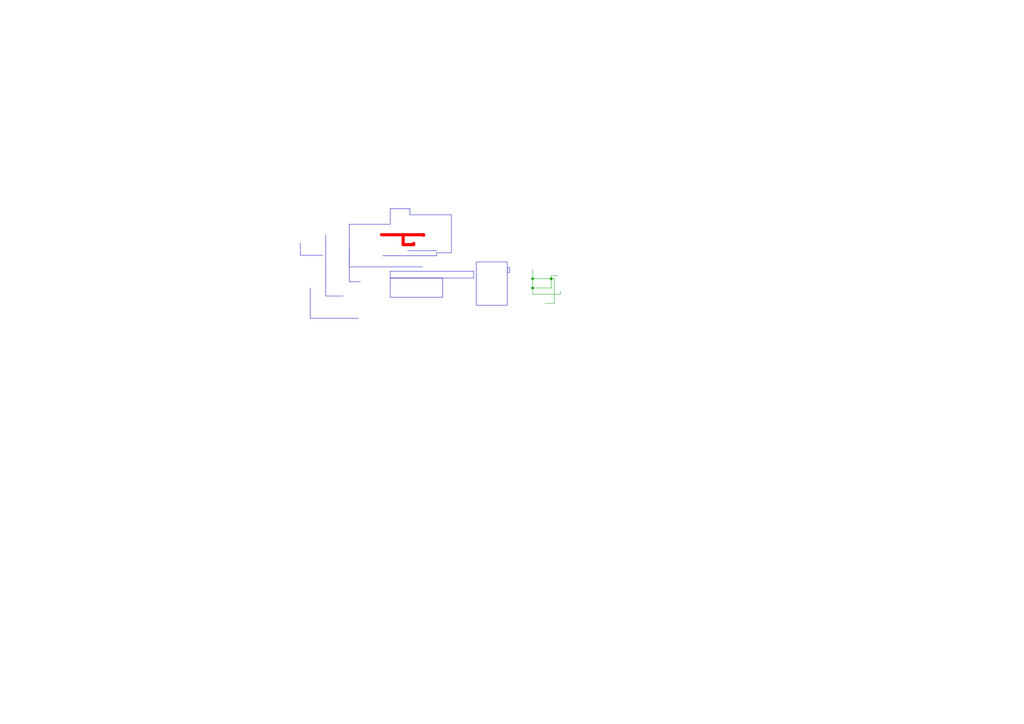
<source format=kicad_sch>
(kicad_sch
	(version 20250114)
	(generator "eeschema")
	(generator_version "9.0")
	(uuid "72547ff1-a8f0-46fc-92fb-0433ada12067")
	(paper "A3")
	(title_block
		(title "Beast - High Voltage Architecture")
		(date "2025-10-24")
		(company "Bullwork Mobility Pvt. Ltd.")
	)
	(lib_symbols)
	(rectangle
		(start 208.026 109.728)
		(end 209.042 111.76)
		(stroke
			(width 0)
			(type default)
		)
		(fill
			(type none)
		)
		(uuid 0da5be95-ed32-48a6-91f1-424c24fe57a7)
	)
	(rectangle
		(start 195.326 107.442)
		(end 208.026 125.222)
		(stroke
			(width 0)
			(type default)
		)
		(fill
			(type none)
		)
		(uuid 4f50e2af-dcc8-4c0c-99e3-c192602fbee1)
	)
	(rectangle
		(start 160.02 114.046)
		(end 181.61 121.92)
		(stroke
			(width 0)
			(type default)
		)
		(fill
			(type none)
		)
		(uuid 61fc9eaf-29fd-4d3b-87fd-5f1fa7acce5a)
	)
	(rectangle
		(start 160.02 111.252)
		(end 194.31 114.046)
		(stroke
			(width 0)
			(type default)
		)
		(fill
			(type none)
		)
		(uuid 7d1089db-1d47-4afb-8011-783e05cc5d26)
	)
	(rectangle
		(start 170.434 116.586)
		(end 170.434 116.586)
		(stroke
			(width 0)
			(type default)
		)
		(fill
			(type none)
		)
		(uuid a0d3c30a-ddf1-4ad2-9be6-0423cb2ce979)
	)
	(junction
		(at 218.44 114.3)
		(diameter 0)
		(color 0 0 0 0)
		(uuid "60acac8a-2c7e-425c-b487-94e3d24e7a5c")
	)
	(junction
		(at 218.44 118.11)
		(diameter 0)
		(color 0 0 0 0)
		(uuid "e194105c-c8a1-491c-b4ec-6399db3d419e")
	)
	(junction
		(at 226.06 114.3)
		(diameter 0)
		(color 0 0 0 0)
		(uuid "fc6e1980-7659-46e7-8ad0-ebd60ced4bbc")
	)
	(polyline
		(pts
			(xy 179.07 104.902) (xy 156.972 104.902)
		)
		(stroke
			(width 0)
			(type default)
		)
		(uuid "016c4cf2-93c6-4c78-b17d-1dca39b72dc0")
	)
	(polyline
		(pts
			(xy 160.02 85.598) (xy 168.148 85.598)
		)
		(stroke
			(width 0)
			(type default)
		)
		(uuid "07998ecb-b4f5-440c-945c-a4ac7056ad24")
	)
	(polyline
		(pts
			(xy 133.604 96.266) (xy 133.604 121.412)
		)
		(stroke
			(width 0)
			(type default)
		)
		(uuid "11686f6d-4199-4b89-a5f5-d1a0927e4701")
	)
	(polyline
		(pts
			(xy 127.254 118.11) (xy 127.254 130.556)
		)
		(stroke
			(width 0)
			(type default)
		)
		(uuid "1b53f243-d31f-4d2a-b72b-a100b8b82393")
	)
	(wire
		(pts
			(xy 226.06 114.3) (xy 227.33 114.3)
		)
		(stroke
			(width 0)
			(type default)
		)
		(uuid "20c57ca1-c40a-459f-8b29-25ad360215d0")
	)
	(polyline
		(pts
			(xy 169.672 99.822) (xy 169.672 100.33)
		)
		(stroke
			(width 1.27)
			(type default)
			(color 255 0 0 1)
		)
		(uuid "2f4035fa-0d3a-46c6-8625-189155f1112b")
	)
	(polyline
		(pts
			(xy 168.148 88.138) (xy 185.166 88.138)
		)
		(stroke
			(width 0)
			(type default)
		)
		(uuid "31b8856c-ad6c-4945-84b7-e2f99da3e22f")
	)
	(polyline
		(pts
			(xy 179.07 103.632) (xy 179.07 104.902)
		)
		(stroke
			(width 0)
			(type default)
		)
		(uuid "3a359692-6b4d-48f4-a787-bfef8119f24a")
	)
	(wire
		(pts
			(xy 226.06 113.03) (xy 228.6 113.03)
		)
		(stroke
			(width 0)
			(type default)
		)
		(uuid "40a28996-236d-4a41-bbe3-9dbcc428f83a")
	)
	(polyline
		(pts
			(xy 127.254 130.556) (xy 147.066 130.556)
		)
		(stroke
			(width 0)
			(type default)
		)
		(uuid "450ba7a1-a979-4270-8ed2-7e23de4941f0")
	)
	(polyline
		(pts
			(xy 178.816 102.616) (xy 178.816 102.87)
		)
		(stroke
			(width 0)
			(type default)
		)
		(uuid "47972c3b-15c4-48d0-9b3b-a1010c036df4")
	)
	(polyline
		(pts
			(xy 143.256 91.948) (xy 160.02 91.948)
		)
		(stroke
			(width 0)
			(type default)
		)
		(uuid "55ed7df8-e3b0-4655-853d-fc59b1846fe1")
	)
	(polyline
		(pts
			(xy 168.148 85.598) (xy 168.148 88.138)
		)
		(stroke
			(width 0)
			(type default)
		)
		(uuid "593ab56b-121f-408a-9170-285df5fe5d62")
	)
	(wire
		(pts
			(xy 227.33 124.46) (xy 223.52 124.46)
		)
		(stroke
			(width 0)
			(type default)
		)
		(uuid "5c5ed3c7-3c4b-496c-b8d5-5ff32b9a2964")
	)
	(polyline
		(pts
			(xy 185.166 88.138) (xy 185.166 103.632)
		)
		(stroke
			(width 0)
			(type default)
		)
		(uuid "5c8d9644-876c-4b0d-aacf-5a50d32d52ce")
	)
	(polyline
		(pts
			(xy 165.354 100.33) (xy 169.672 100.33)
		)
		(stroke
			(width 1.27)
			(type default)
			(color 255 0 0 1)
		)
		(uuid "629ffdaa-e798-4742-91a7-7d3fce187c63")
	)
	(polyline
		(pts
			(xy 143.256 109.474) (xy 143.256 91.948)
		)
		(stroke
			(width 0)
			(type default)
		)
		(uuid "6c4cfb4b-8d87-4d4d-82db-412a361c5c8c")
	)
	(polyline
		(pts
			(xy 123.19 104.648) (xy 123.19 99.822)
		)
		(stroke
			(width 0)
			(type default)
		)
		(uuid "6c7c8ef1-a616-45dd-a144-07cba77b5865")
	)
	(polyline
		(pts
			(xy 167.132 102.87) (xy 178.816 102.87)
		)
		(stroke
			(width 0)
			(type default)
		)
		(uuid "71ae0a6b-6464-4e89-8b29-6b3ee8f56d56")
	)
	(wire
		(pts
			(xy 218.44 114.3) (xy 218.44 118.11)
		)
		(stroke
			(width 0)
			(type default)
		)
		(uuid "83e82473-f67b-4d57-9f8d-3d27750f53ae")
	)
	(wire
		(pts
			(xy 218.44 110.49) (xy 218.44 114.3)
		)
		(stroke
			(width 0)
			(type default)
		)
		(uuid "84bb5038-0ac4-4c9f-9de8-ed872f1368cb")
	)
	(wire
		(pts
			(xy 218.44 118.11) (xy 226.06 118.11)
		)
		(stroke
			(width 0)
			(type default)
		)
		(uuid "84e98114-9619-4b57-a789-ef316ea2b54e")
	)
	(wire
		(pts
			(xy 229.87 119.38) (xy 229.87 120.65)
		)
		(stroke
			(width 0)
			(type default)
		)
		(uuid "88969c35-76cc-494d-8dde-a43eb84318da")
	)
	(wire
		(pts
			(xy 218.44 120.65) (xy 229.87 120.65)
		)
		(stroke
			(width 0)
			(type default)
		)
		(uuid "88b9f8a7-05a9-49a4-ba6b-9a2e451f240c")
	)
	(polyline
		(pts
			(xy 185.166 103.632) (xy 179.07 103.632)
		)
		(stroke
			(width 0)
			(type default)
		)
		(uuid "89320b69-2eab-488a-a094-30ab90e68c13")
	)
	(polyline
		(pts
			(xy 173.228 109.474) (xy 143.256 109.474)
		)
		(stroke
			(width 0)
			(type default)
		)
		(uuid "9762c512-4cd0-4d8c-ae2a-afebb9af74c7")
	)
	(polyline
		(pts
			(xy 133.604 121.412) (xy 140.716 121.412)
		)
		(stroke
			(width 0)
			(type default)
		)
		(uuid "989735b0-bea2-4e80-85bd-31a4d037c099")
	)
	(polyline
		(pts
			(xy 143.256 115.57) (xy 147.828 115.57)
		)
		(stroke
			(width 0)
			(type default)
		)
		(uuid "a1252f03-f3b9-4457-967a-fad06c5275d4")
	)
	(polyline
		(pts
			(xy 156.464 96.266) (xy 173.736 96.266)
		)
		(stroke
			(width 1.27)
			(type default)
			(color 255 0 0 1)
		)
		(uuid "b0ae9607-c21e-4814-862f-8d20de427d84")
	)
	(polyline
		(pts
			(xy 173.736 96.266) (xy 173.736 96.52)
		)
		(stroke
			(width 1.27)
			(type default)
			(color 255 0 0 1)
		)
		(uuid "b11890e8-f8b4-4575-b260-8ea65c0082c4")
	)
	(polyline
		(pts
			(xy 123.19 99.822) (xy 122.936 99.822)
		)
		(stroke
			(width 0)
			(type default)
		)
		(uuid "b4e4acd5-23f6-4b54-b32a-131c9ecbedcc")
	)
	(wire
		(pts
			(xy 218.44 114.3) (xy 226.06 114.3)
		)
		(stroke
			(width 0)
			(type default)
		)
		(uuid "b800c4ec-c2f2-46b3-96bc-36ecc30359da")
	)
	(polyline
		(pts
			(xy 132.334 104.648) (xy 123.19 104.648)
		)
		(stroke
			(width 0)
			(type default)
		)
		(uuid "c1ff734e-e862-42da-afcf-adb15c0cdab3")
	)
	(polyline
		(pts
			(xy 143.256 101.854) (xy 143.256 115.57)
		)
		(stroke
			(width 0)
			(type default)
		)
		(uuid "c520ada3-b438-43b1-a261-cbc77f15c657")
	)
	(wire
		(pts
			(xy 227.33 114.3) (xy 227.33 124.46)
		)
		(stroke
			(width 0)
			(type default)
		)
		(uuid "d557f26e-d15a-465e-8936-69be9f5e3ca6")
	)
	(wire
		(pts
			(xy 218.44 118.11) (xy 218.44 120.65)
		)
		(stroke
			(width 0)
			(type default)
		)
		(uuid "d8e5ccf5-98ec-483e-a27f-d3eab7ed33eb")
	)
	(wire
		(pts
			(xy 226.06 114.3) (xy 226.06 113.03)
		)
		(stroke
			(width 0)
			(type default)
		)
		(uuid "db6dd804-b869-4069-9062-77cbbb794cec")
	)
	(polyline
		(pts
			(xy 160.02 91.948) (xy 160.02 85.598)
		)
		(stroke
			(width 0)
			(type default)
		)
		(uuid "dece220e-57a2-4efb-9312-1f884ab1582d")
	)
	(polyline
		(pts
			(xy 165.354 96.266) (xy 165.354 100.33)
		)
		(stroke
			(width 1.27)
			(type default)
			(color 255 0 0 1)
		)
		(uuid "f348a819-2f1d-4cac-a1d0-3b0c45a8c494")
	)
	(wire
		(pts
			(xy 226.06 118.11) (xy 226.06 114.3)
		)
		(stroke
			(width 0)
			(type default)
		)
		(uuid "fff0be8d-4c7f-4e95-b919-a41595406dd7")
	)
	(sheet_instances
		(path "/"
			(page "1")
		)
	)
	(embedded_fonts no)
)

</source>
